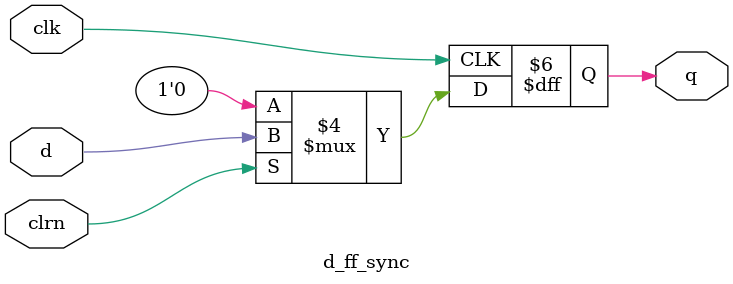
<source format=v>
/************************************************
  The Verilog HDL code example is from the book
  Computer Principles and Design in Verilog HDL
  by Yamin Li, published by A JOHN WILEY & SONS
************************************************/
module d_ff_sync (d,clk,clrn,q);      // dff with synchronous reset (to clk)
    input      d, clk, clrn;          // inputs d, clk, clrn (active low)
    output reg q;                     // output q, register type
    always @ (posedge clk) begin      // always block, posedge: rising edge
        if (!clrn) q <= 0;            // if clrn is asserted, reset dff
        else       q <= d;            // else store d to dff
    end
endmodule

</source>
